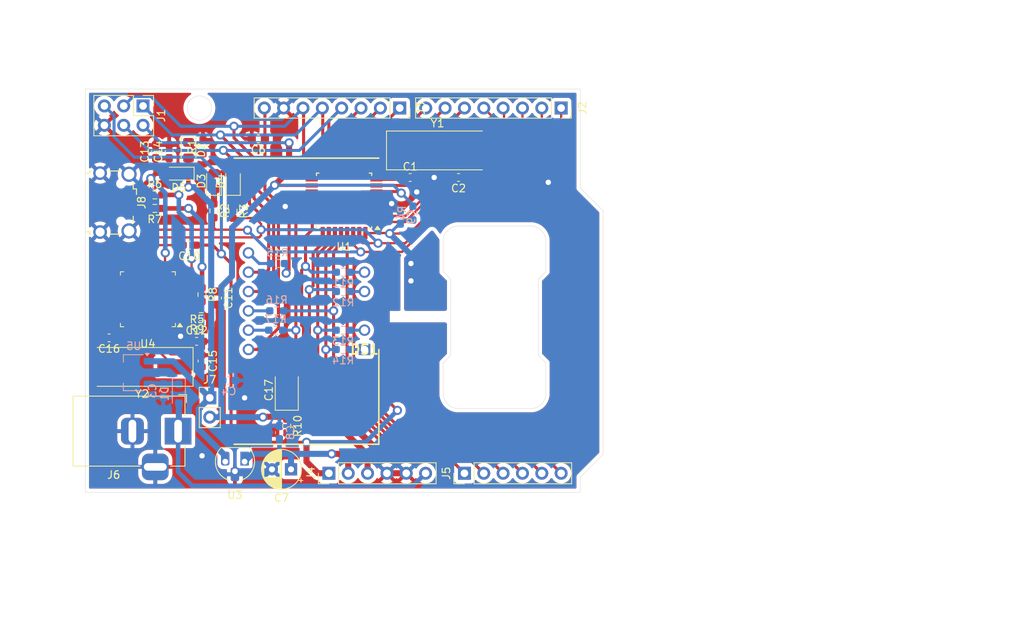
<source format=kicad_pcb>
(kicad_pcb (version 20241229) (generator "pcbnew") (generator_version "9.0")
  (layers (0 "F.Cu" signal) (2 "B.Cu" signal) (13 "F.Paste" user) (15 "B.Paste" user) (5 "F.SilkS" user "F.Silkscreen") (7 "B.SilkS" user "B.Silkscreen") (1 "F.Mask" user) (3 "B.Mask" user) (25 "Edge.Cuts" user))
  (net 0 "")
  (net 1 "Net-(U1-XTAL2{slash}PB7)")
  (net 2 "GND")
  (net 3 "Net-(U1-XTAL1{slash}PB6)")
  (net 4 "/D12")
  (net 5 "+5V")
  (net 6 "/D11")
  (net 7 "/D13")
  (net 8 "/Reset")
  (net 9 "/A6")
  (net 10 "/D8")
  (net 11 "/A0")
  (net 12 "/D3")
  (net 13 "/D7")
  (net 14 "/D6")
  (net 15 "/D9")
  (net 16 "/A1")
  (net 17 "/D10")
  (net 18 "/A3")
  (net 19 "/A7")
  (net 20 "/A4")
  (net 21 "/D2")
  (net 22 "/RX")
  (net 23 "/A5")
  (net 24 "/A2")
  (net 25 "/D5")
  (net 26 "VCC")
  (net 27 "/D4")
  (net 28 "/TX")
  (net 29 "/Raw")
  (net 30 "Net-(D2-K)")
  (net 31 "Net-(D3-K)")
  (net 32 "Net-(D4-K)")
  (net 33 "+3V3")
  (net 34 "+5V util")
  (net 35 "/AREF")
  (net 37 "VCC_USB")
  (net 38 "Net-(U4-AVCC)")
  (net 39 "Net-(U4-3V3OUT)")
  (net 69 "/USB_UART/CTS")
  (net 70 "Net-(U4-XTOUT)")
  (net 71 "Net-(U4-XTIN)")
  (net 72 "/USB_UART/USD.D-")
  (net 73 "/USB_UART/USD.D+")
  (net 74 "Net-(U4-EEDATA)")
  (net 75 "/USB_UART/RTS")
  (net 76 "Net-(U4-~{RSTOUT})")
  (net 77 "Net-(U4-USBDP)")
  (net 78 "/USB_UART/DTR")
  (net 79 "Net-(U4-USBDM)")
  (net 80 "Net-(DS1-Pad1)")
  (net 81 "Net-(DS1-Pad4)")
  (net 82 "Net-(DS1-Pad5)")
  (net 83 "Net-(DS1-Pad10)")
  (net 84 "Net-(DS1-Pad2)")
  (net 85 "Net-(DS1-Pad11)")
  (net 86 "Net-(DS1-Pad7)")
  (footprint "Capacitor_SMD:C_0603_1608Metric_Pad1.08x0.95mm_HandSolder" (layer "F.Cu") (at 83.6665 80.518 180)
    (property "Reference" "C10")
    (property "Value" "100n")
  )
  (footprint "Capacitor_SMD:C_0603_1608Metric_Pad1.08x0.95mm_HandSolder" (layer "F.Cu") (at 112.6755 71.628)
    (property "Reference" "C1")
    (property "Value" "22p")
  )
  (footprint "Connector_PinHeader_2.54mm:PinHeader_2x03_P2.54mm_Vertical" (layer "F.Cu") (at 77.597 62.225 -90)
    (property "Reference" "J1")
    (property "Value" "ICSP")
  )
  (footprint "Capacitor_SMD:C_0603_1608Metric_Pad1.08x0.95mm_HandSolder" (layer "F.Cu") (at 79.248 68.2255 90)
    (property "Reference" "C13")
    (property "Value" "100n")
  )
  (footprint "Capacitor_THT:CP_Radial_D5.0mm_P2.50mm" (layer "F.Cu") (at 97.028 109.982 180)
    (property "Reference" "C7")
    (property "Value" "47u")
  )
  (footprint "Connector_PinHeader_2.54mm:PinHeader_1x06_P2.54mm_Vertical" (layer "F.Cu") (at 102 110.5 90)
    (property "Reference" "J4")
    (property "Value" "PWR")
  )
  (footprint "Connector_PinHeader_2.54mm:PinHeader_1x06_P2.54mm_Vertical" (layer "F.Cu") (at 119.8 110.5 90)
    (property "Reference" "J5")
    (property "Value" "Analog")
  )
  (footprint "Package_QFP:TQFP-32_7x7mm_P0.8mm" (layer "F.Cu") (at 103.994 74.676 180)
    (property "Reference" "U1")
    (property "Value" "ATmega168P-20A")
  )
  (footprint "Crystal:Crystal_SMD_HC49-SD" (layer "F.Cu") (at 116.264 68.072)
    (property "Reference" "Y1")
    (property "Value" "16MHz")
  )
  (footprint "Package_QFP:LQFP-48_7x7mm_P0.5mm" (layer "F.Cu") (at 78.232 87.63 180)
    (property "Reference" "U4")
    (property "Value" "FT2232D")
  )
  (footprint "Capacitor_SMD:C_0603_1608Metric_Pad1.08x0.95mm_HandSolder" (layer "F.Cu") (at 87.376 87.4765 -90)
    (property "Reference" "C11")
    (property "Value" "100n")
  )
  (footprint "Connector_PinSocket_2.54mm:PinSocket_1x08_P2.54mm_Vertical" (layer "F.Cu") (at 132.5 62.5 -90)
    (property "Reference" "J2")
    (property "Value" "Header1")
  )
  (footprint "Connector_PinSocket_2.54mm:PinSocket_1x08_P2.54mm_Vertical" (layer "F.Cu") (at 111.3 62.5 -90)
    (property "Reference" "J3")
    (property "Value" "Header2")
  )
  (footprint "LED_SMD:LED_0805_2012Metric_Pad1.15x1.40mm_HandSolder" (layer "F.Cu") (at 86.908 72.112 90)
    (property "Reference" "D3")
    (property "Value" "LED_RX")
  )
  (footprint "Display:DIPS1524W50P254L3760H810Q12N" (layer "F.Cu") (at 106.68 94.234 180)
    (property "Reference" "DS1")
    (property "Value" "BC56-12GWA" (hide yes))
  )
  (footprint "Crystal:Crystal_SMD_HC49-SD" (layer "F.Cu") (at 77.47 96.52 180)
    (property "Reference" "Y2")
    (property "Value" "6MHz")
  )
  (footprint "LED_SMD:LED_0805_2012Metric_Pad1.15x1.40mm_HandSolder" (layer "F.Cu") (at 83.566 68.034 -90)
    (property "Reference" "D2")
    (property "Value" "LED")
  )
  (footprint "Capacitor_SMD:C_0603_1608Metric_Pad1.08x0.95mm_HandSolder" (layer "F.Cu") (at 84.6825 91.694)
    (property "Reference" "R5")
    (property "Value" "470")
  )
  (footprint "LED_SMD:LED_0805_2012Metric_Pad1.15x1.40mm_HandSolder" (layer "F.Cu") (at 89.408 72.112 90)
    (property "Reference" "D4")
    (property "Value" "LED_TX")
  )
  (footprint "Resistor_SMD:R_0603_1608Metric_Pad0.98x0.95mm_HandSolder" (layer "F.Cu") (at 79.1445 73.914)
    (property "Reference" "R6")
    (property "Value" "27")
  )
  (footprint "Resistor_SMD:R_0603_1608Metric_Pad0.98x0.95mm_HandSolder" (layer "F.Cu") (at 85.344 87.0185 -90)
    (property "Reference" "R8")
    (property "Value" "1k5")
  )
  (footprint "Capacitor_SMD:C_0603_1608Metric_Pad1.08x0.95mm_HandSolder" (layer "F.Cu") (at 84.6295 93.165)
    (property "Reference" "C12")
    (property "Value" "100n")
  )
  (footprint "Package_TO_SOT_THT:TO-92_HandSolder" (layer "F.Cu") (at 90.932 108.966 180)
    (property "Reference" "U3")
    (property "Value" "LE33CZ")
  )
  (footprint "Resistor_SMD:R_0603_1608Metric_Pad0.98x0.95mm_HandSolder" (layer "F.Cu") (at 85.471 67.5875 90)
    (property "Reference" "R1")
    (property "Value" "1K")
  )
  (footprint "Resistor_SMD:R_0603_1608Metric_Pad0.98x0.95mm_HandSolder" (layer "F.Cu") (at 89.408 76.0495 -90)
    (property "Reference" "R3")
    (property "Value" "1K")
  )
  (footprint "Resistor_SMD:R_0603_1608Metric_Pad0.98x0.95mm_HandSolder" (layer "F.Cu") (at 96.4692 104.2905 -90)
    (property "Reference" "R10")
    (property "Value" "10k")
  )
  (footprint "Connector_BarrelJack:BarrelJack_Horizontal" (layer "F.Cu") (at 82.2 104.9605)
    (property "Reference" "J6")
    (property "Value" "RAW")
  )
  (footprint "Resistor_SMD:R_0603_1608Metric_Pad0.98x0.95mm_HandSolder" (layer "F.Cu") (at 86.908 75.9995 -90)
    (property "Reference" "R2")
    (property "Value" "1K")
  )
  (footprint "Connector_USB:USB_Micro-B_Wuerth_629105150521_CircularHoles" (layer "F.Cu") (at 73.907 74.925 -90)
    (property "Reference" "J8")
    (property "Value" "USB_B_Micro")
  )
  (footprint "Capacitor_SMD:C_0603_1608Metric" (layer "F.Cu") (at 85.344 95.745 -90)
    (property "Reference" "C15")
    (property "Value" "20p")
  )
  (footprint "Capacitor_SMD:C_0603_1608Metric" (layer "F.Cu") (at 73.139 92.71 180)
    (property "Reference" "C16")
    (property "Value" "20p")
  )
  (footprint "Capacitor_SMD:C_0603_1608Metric_Pad1.08x0.95mm_HandSolder" (layer "F.Cu") (at 81.026 68.2255 90)
    (property "Reference" "C14")
    (property "Value" "100p")
  )
  (footprint "Capacitor_SMD:C_0603_1608Metric_Pad1.08x0.95mm_HandSolder" (layer "F.Cu") (at 92.7365 66.548 180)
    (property "Reference" "C6")
    (property "Value" "100n")
  )
  (footprint "Capacitor_Tantalum_SMD:CP_EIA-3528-15_AVX-H_HandSolder" (layer "F.Cu") (at 96.4692 99.5699 90)
    (property "Reference" "C17")
    (property "Value" "4.7u")
  )
  (footprint "Resistor_SMD:R_0603_1608Metric_Pad0.98x0.95mm_HandSolder" (layer "F.Cu") (at 85.2405 89.916 180)
    (property "Reference" "R9")
    (property "Value" "10k")
  )
  (footprint "Capacitor_SMD:C_0603_1608Metric_Pad1.08x0.95mm_HandSolder" (layer "F.Cu") (at 119.0255 71.628 180)
    (property "Reference" "C2")
    (property "Value" "22p")
  )
  (footprint "Resistor_SMD:R_0603_1608Metric_Pad0.98x0.95mm_HandSolder" (layer "F.Cu") (at 79.1445 75.692 180)
    (property "Reference" "R7")
    (property "Value" "27")
  )
  (footprint "Connector_PinHeader_2.54mm:PinHeader_1x02_P2.54mm_Vertical" (layer "F.Cu") (at 86.36 100.584)
    (property "Reference" "J7")
    (property "Value" "Reg_jump")
  )
  (footprint "LOGO" (layer "F.Cu") (at 76.2 88.1888)
    (property "Reference" "G***" (hide yes))
    (property "Value" "LOGO" (hide yes))
  )
  (footprint "Diode_SMD:D_SOD-323_HandSoldering" (layer "F.Cu") (at 82.296 71.12 180)
    (property "Reference" "D5")
    (property "Value" "BAS")
  )
  (footprint "Package_TO_SOT_SMD:SOT-89-3" (layer "B.Cu") (at 76.3695 97.282 180)
    (property "Reference" "U5")
    (property "Value" "L78L05_SOT89")
  )
  (footprint "Resistor_SMD:R_0603_1608Metric_Pad0.98x0.95mm_HandSolder" (layer "B.Cu") (at 103.8625 94.234)
    (property "Reference" "R14")
    (property "Value" "2k5")
  )
  (footprint "Resistor_SMD:R_0603_1608Metric_Pad0.98x0.95mm_HandSolder" (layer "B.Cu") (at 113.03 76.3035 -90)
    (property "Reference" "R4")
    (property "Value" "100k")
  )
  (footprint "Resistor_SMD:R_0603_1608Metric_Pad0.98x0.95mm_HandSolder" (layer "B.Cu") (at 95.1465 89.154 180)
    (property "Reference" "R16")
    (property "Value" "2k5")
  )
  (footprint "Resistor_SMD:R_0603_1608Metric_Pad0.98x0.95mm_HandSolder" (layer "B.Cu") (at 95.0195 91.694 180)
    (property "Reference" "R17")
    (property "Value" "2k5")
  )
  (footprint "Resistor_SMD:R_0603_1608Metric_Pad0.98x0.95mm_HandSolder" (layer "B.Cu") (at 103.886 84.074)
    (property "Reference" "R11")
    (property "Value" "2k5")
  )
  (footprint "Capacitor_SMD:C_0603_1608Metric_Pad1.08x0.95mm_HandSolder" (layer "B.Cu") (at 88.8735 98.298)
    (property "Reference" "C4")
    (property "Value" "100n")
  )
  (footprint "Diode_SMD:D_SOD-323_HandSoldering" (layer "B.Cu") (at 82.296 100.056 -90)
    (property "Reference" "D1")
    (property "Value" "BAS")
  )
  (footprint "Capacitor_SMD:C_0603_1608Metric_Pad1.08x0.95mm_HandSolder" (layer "B.Cu") (at 80.264 99.6685 -90)
    (property "Reference" "C3")
    (property "Value" "100n")
  )
  (footprint "Capacitor_SMD:C_0603_1608Metric_Pad1.08x0.95mm_HandSolder" (layer "B.Cu") (at 95.504 105.156 90)
    (property "Reference" "C8")
    (property "Value" "100n")
  )
  (footprint "Resistor_SMD:R_0603_1608Metric_Pad0.98x0.95mm_HandSolder" (layer "B.Cu") (at 95.25 82.931 180)
    (property "Reference" "R15")
    (property "Value" "2k5")
  )
  (footprint "Capacitor_SMD:C_0603_1608Metric_Pad1.08x0.95mm_HandSolder" (layer "B.Cu") (at 111.379 76.835 90)
    (property "Reference" "C9")
    (property "Value" "1u")
  )
  (footprint "Resistor_SMD:R_0603_1608Metric_Pad0.98x0.95mm_HandSolder" (layer "B.Cu") (at 103.8625 91.694)
    (property "Reference" "R13")
    (property "Value" "2k5")
  )
  (footprint "Resistor_SMD:R_0603_1608Metric_Pad0.98x0.95mm_HandSolder" (layer "B.Cu") (at 103.886 86.614)
    (property "Reference" "R12")
    (property "Value" "2k5")
  )
  (gr_line (start 70 60) (end 70 113) (stroke (width 0.05)) (layer "Edge.Cuts"))
  (gr_line (start 138 76) (end 135 73) (stroke (width 0.05)) (layer "Edge.Cuts"))
  (gr_line (start 135 73) (end 135 60) (stroke (width 0.05)) (layer "Edge.Cuts"))
  (gr_arc (start 119 102) (mid 117.585786 101.414214) (end 117 100) (stroke (width 0.05)) (layer "Edge.Cuts"))
  (gr_line (start 118 90) (end 118 95) (stroke (width 0.05)) (layer "Edge.Cuts"))
  (gr_line (start 119 102) (end 128.5 102) (stroke (width 0.05)) (layer "Edge.Cuts"))
  (gr_line (start 70 60) (end 135 60) (stroke (width 0.05)) (layer "Edge.Cuts"))
  (gr_arc (start 117 80) (mid 117.585786 78.585786) (end 119 78) (stroke (width 0.05)) (layer "Edge.Cuts"))
  (gr_arc (start 130.5 100) (mid 129.914214 101.414214) (end 128.5 102) (stroke (width 0.05)) (layer "Edge.Cuts"))
  (gr_line (start 128.5 78) (end 119 78) (stroke (width 0.05)) (layer "Edge.Cuts"))
  (gr_line (start 138 108) (end 138 76) (stroke (width 0.05)) (layer "Edge.Cuts"))
  (gr_arc (start 128.5 78) (mid 129.914214 78.585786) (end 130.5 80) (stroke (width 0.05)) (layer "Edge.Cuts"))
  (gr_line (start 117 96) (end 117 100) (stroke (width 0.05)) (layer "Edge.Cuts"))
  (gr_line (start 118 85) (end 118 90) (stroke (width 0.05)) (layer "Edge.Cuts"))
  (gr_circle (center 85 62.5) (end 86.6 62.5) (stroke (width 0.05)) (fill no) (layer "Edge.Cuts"))
  (gr_line (start 129.5 95) (end 129.5 90) (stroke (width 0.05)) (layer "Edge.Cuts"))
  (gr_line (start 70 113) (end 135 113) (stroke (width 0.05)) (layer "Edge.Cuts"))
  (gr_line (start 118 95) (end 117 96) (stroke (width 0.05)) (layer "Edge.Cuts"))
  (gr_line (start 129.5 85) (end 130.5 84) (stroke (width 0.05)) (layer "Edge.Cuts"))
  (gr_line (start 135 113) (end 135 111) (stroke (width 0.05)) (layer "Edge.Cuts"))
  (gr_line (start 117 80) (end 117 84) (stroke (width 0.05)) (layer "Edge.Cuts"))
  (gr_line (start 129.5 90) (end 129.5 85) (stroke (width 0.05)) (layer "Edge.Cuts"))
  (gr_line (start 117 84) (end 118 85) (stroke (width 0.05)) (layer "Edge.Cuts"))
  (gr_line (start 130.5 96) (end 129.5 95) (stroke (width 0.05)) (layer "Edge.Cuts"))
  (gr_line (start 135 111) (end 138 108) (stroke (width 0.05)) (layer "Edge.Cuts"))
  (gr_line (start 130.5 84) (end 130.5 80) (stroke (width 0.05)) (layer "Edge.Cuts"))
  (gr_line (start 130.5 100) (end 130.5 96) (stroke (width 0.05)) (layer "Edge.Cuts"))
  (segment (start 108.244 71.876) (end 111.512 71.876) (width 0.4) (layer "F.Cu") (net 1))
  (segment (start 111.512 71.876) (end 112.014 71.374) (width 0.4) (layer "F.Cu") (net 1))
  (segment (start 112.014 71.374) (end 112.014 68.834) (width 0.4) (layer "F.Cu") (net 1))
  (segment (start 80.772 92.964) (end 80.482 92.674) (width 0.3) (layer "F.Cu") (net 2))
  (segment (start 96.266 75.438) (end 96.812 75.438) (width 0.4) (layer "F.Cu") (net 2))
  (segment (start 108.244 74.276) (end 110.004 74.276) (width 0.4) (layer "F.Cu") (net 2))
  (segment (start 82.071328 92.492672) (end 81.6 92.964) (width 0.3) (layer "F.Cu") (net 2))
  (segment (start 97.174 75.076) (end 99.744 75.076) (width 0.4) (layer "F.Cu") (net 2))
  (segment (start 87.376 92.71) (end 87.249 92.837) (width 0.4) (layer "F.Cu") (net 2))
  (segment (start 81.6 92.964) (end 80.772 92.964) (width 0.3) (layer "F.Cu") (net 2))
  (segment (start 96.812 75.438) (end 97.174 75.076) (width 0.4) (layer "F.Cu") (net 2))
  (segment (start 109.62 110.5) (end 112.16 110.5) (width 0.8) (layer "F.Cu") (net 2))
  (segment (start 109.925 75.876) (end 108.244 75.876) (width 0.4) (layer "F.Cu") (net 2))
  (segment (start 110.004 74.276) (end 110.204 74.476) (width 0.4) (layer "F.Cu") (net 2))
  (segment (start 77.241 76.225) (end 77.978 76.962) (width 0.4) (layer "F.Cu") (net 2))
  (segment (start 82.520142 92.492672) (end 82.071328 92.492672) (width 0.3) (layer "F.Cu") (net 2))
  (segment (start 110.236 75.565) (end 109.925 75.876) (width 0.4) (layer "F.Cu") (net 2))
  (segment (start 87.376 88.339) (end 87.376 92.71) (width 0.4) (layer "F.Cu") (net 2))
  (segment (start 110.236 75.057) (end 110.236 75.565) (width 0.4) (layer "F.Cu") (net 2))
  (segment (start 80.482 92.674) (end 80.482 91.7925) (width 0.3) (layer "F.Cu") (net 2))
  (segment (start 110.204 75.025) (end 110.236 75.057) (width 0.4) (layer "F.Cu") (net 2))
  (segment (start 75.807 76.225) (end 77.241 76.225) (width 0.4) (layer "F.Cu") (net 2))
  (segment (start 110.204 74.476) (end 110.204 75.025) (width 0.4) (layer "F.Cu") (net 2))
  (via (at 113.538 73.533) (size 1.2) (drill 0.7) (layers "F.Cu" "B.Cu") (net 2))
  (via (at 85.344 108.204) (size 1.2) (drill 0.7) (layers "F.Cu" "B.Cu") (net 2))
  (via (at 115.824 71.628) (size 1.2) (drill 0.7) (layers "F.Cu" "B.Cu") (net 2))
  (via (at 130.81 72.263) (size 1.2) (drill 0.7) (layers "F.Cu" "B.Cu") (net 2))
  (via (at 96.266 75.438) (size 1.2) (drill 0.7) (layers "F.Cu" "B.Cu") (net 2))
  (via (at 110.236 75.057) (size 1.2) (drill 0.7) (layers "F.Cu" "B.Cu") (net 2))
  (via (at 82.520142 92.492672) (size 1.2) (drill 0.7) (layers "F.Cu" "B.Cu") (net 2))
  (via (at 90.932 100.584) (size 1.2) (drill 0.7) (layers "F.Cu" "B.Cu") (net 2))
  (segment (start 94.274 110.236) (end 89.662 110.236) (width 0.8) (layer "B.Cu") (net 2))
  (segment (start 110.4635 75.057) (end 111.379 75.9725) (width 0.6) (layer "B.Cu") (net 2))
  (segment (start 94.528 109.982) (end 94.274 110.236) (width 0.8) (layer "B.Cu") (net 2))
  (segment (start 110.236 75.057) (end 110.4635 75.057) (width 0.6) (layer "B.Cu") (net 2))
  (segment (start 119.094 72.676) (end 120.514 71.256) (width 0.4) (layer "F.Cu") (net 3))
  (segment (start 108.244 72.676) (end 119.094 72.676) (width 0.4) (layer "F.Cu") (net 3))
  (segment (start 120.514 71.256) (end 120.514 68.834) (width 0.4) (layer "F.Cu") (net 3))
  (segment (start 101.2 62.56) (end 101.14 62.5) (width 0.4) (layer "F.Cu") (net 4))
  (segment (start 91.44 86.614) (end 93.726 86.614) (width 0.4) (layer "F.Cu") (net 4))
  (segment (start 93.726 86.614) (end 94.742 85.598) (width 0.4) (layer "F.Cu") (net 4))
  (segment (start 94.742 85.598) (end 94.742 76.962) (width 0.4) (layer "F.Cu") (net 4))
  (segment (start 92.168 74.388) (end 92.168 70.451) (width 0.4) (layer "F.Cu") (net 4))
  (segment (start 101.194 70.426) (end 101.194 62.554) (width 0.4) (layer "F.Cu") (net 4))
  (segment (start 92.168 70.451) (end 87.757 66.04) (width 0.4) (layer "F.Cu") (net 4))
  (segment (start 101.194 62.554) (end 101.14 62.5) (width 0.4) (layer "F.Cu") (net 4))
  (segment (start 94.742 76.962) (end 92.168 74.388) (width 0.4) (layer "F.Cu") (net 4))
  (via (at 87.757 66.04) (size 1.2) (drill 0.7) (layers "F.Cu" "B.Cu") (net 4))
  (segment (start 101.14 62.5) (end 97.6 66.04) (width 0.4) (layer "B.Cu") (net 4))
  (segment (start 97.6 66.04) (end 87.757 66.04) (width 0.4) (layer "B.Cu") (net 4))
  (segment (start 87.757 66.04) (end 81.412 66.04) (width 0.4) (layer "B.Cu") (net 4))
  (segment (start 81.412 66.04) (end 77.597 62.225) (width 0.4) (layer "B.Cu") (net 4))
  (segment (start 105.918 73.914) (end 106.356 73.476) (width 0.3) (layer "F.Cu") (net 5))
  (segment (start 102.0732 103.0732) (end 107.08 108.08) (width 0.8) (layer "F.Cu") (net 5))
  (segment (start 108.244 75.076) (end 106.318 75.076) (width 0.3) (layer "F.Cu") (net 5))
  (segment (start 106.356 73.476) (end 108.244 73.476) (width 0.3) (layer "F.Cu") (net 5))
  (segment (start 111.506 73.676) (end 111.306 73.476) (width 0.4) (layer "F.Cu") (net 5))
  (segment (start 107.08 108.08) (end 107.08 110.5) (width 0.8) (layer "F.Cu") (net 5))
  (segment (start 94.869 72.644) (end 94.996 72.644) (width 0.4) (layer "F.Cu") (net 5))
  (segment (start 93.345 103.124) (end 93.3958 103.0732) (width 0.8) (layer "F.Cu") (net 5))
  (segment (start 93.3958 103.0732) (end 102.0732 103.0732) (width 0.8) (layer "F.Cu") (net 5))
  (segment (start 96.774 70.739) (end 94.869 72.644) (width 0.8) (layer "F.Cu") (net 5))
  (segment (start 95.028 72.676) (end 99.744 72.676) (width 0.4) (layer "F.Cu") (net 5))
  (segment (start 105.918 74.676) (end 105.918 73.914) (width 0.3) (layer "F.Cu") (net 5))
  (segment (start 96.774 67.072) (end 96.774 70.739) (width 0.8) (layer "F.Cu") (net 5))
  (segment (start 106.318 75.076) (end 105.918 74.676) (width 0.3) (layer "F.Cu") (net 5))
  (segment (start 96.4692 103.378) (end 96.4692 101.1974) (width 0.8) (layer "F.Cu") (net 5))
  (segment (start 111.306 73.476) (end 108.244 73.476) (width 0.4) (layer "F.Cu") (net 5))
  (segment (start 94.996 72.644) (end 95.028 72.676) (width 0.4) (layer "F.Cu") (net 5))
  (via (at 111.506 73.676) (size 1.2) (drill 0.7) (layers "F.Cu" "B.Cu") (net 5))
  (via (at 96.774 67.072) (size 1.2) (drill 0.7) (layers "F.Cu" "B.Cu") (net 5))
  (via (at 94.869 72.644) (size 1.2) (drill 0.7) (layers "F.Cu" "B.Cu") (net 5))
  (via (at 93.345 103.124) (size 1.2) (drill 0.7) (layers "F.Cu" "B.Cu") (net 5))
  (segment (start 93.345 103.124) (end 88.646 103.124) (width 0.8) (layer "B.Cu") (net 5))
  (segment (start 86.36 103.124) (end 88.138 103.124) (width 0.8) (layer "B.Cu") (net 5))
  (segment (start 96.393 67.056) (end 79.888 67.056) (width 0.4) (layer "B.Cu") (net 5))
  (segment (start 89.281 84.582) (end 89.281 78.232) (width 0.8) (layer "B.Cu") (net 5))
  (segment (start 113.03 75.391) (end 113.03 75.2) (width 0.4) (layer "B.Cu") (net 5))
  (segment (start 87.884 85.979) (end 87.884 102.87) (width 0.8) (layer "B.Cu") (net 5))
  (segment (start 89.281 84.582) (end 87.884 85.979) (width 0.8) (layer "B.Cu") (net 5))
  (segment (start 79.888 67.056) (end 77.597 64.765) (width 0.4) (layer "B.Cu") (net 5))
  (segment (start 89.281 78.232) (end 94.869 72.644) (width 0.8) (layer "B.Cu") (net 5))
  (segment (start 87.884 102.616) (end 87.376 103.124) (width 0.6) (layer "B.Cu") (net 5))
  (segment (start 96.409 67.072) (end 96.393 67.056) (width 0.4) (layer "B.Cu") (net 5))
  (segment (start 88.138 103.124) (end 88.646 103.124) (width 0.8) (layer "B.Cu") (net 5))
  (segment (start 88.392 103.124) (end 88.646 103.124) (width 0.6) (layer "B.Cu") (net 5))
  (segment (start 87.884 102.616) (end 87.884 102.87) (width 0.6) (layer "B.Cu") (net 5))
  (segment (start 87.376 103.124) (end 86.36 103.124) (width 0.6) (layer "B.Cu") (net 5))
  (segment (start 96.774 67.072) (end 96.409 67.072) (width 0.4) (layer "B.Cu") (net 5))
  (segment (start 110.474 72.644) (end 94.869 72.644) (width 0.4) (layer "B.Cu") (net 5))
  (segment (start 113.03 75.2) (end 111.506 73.676) (width 0.4) (layer "B.Cu") (net 5))
  (segment (start 87.884 102.616) (end 87.884 85.979) (width 0.6) (layer "B.Cu") (net 5))
  (segment (start 87.884 102.616) (end 88.392 103.124) (width 0.6) (layer "B.Cu") (net 5))
  (segment (start 87.884 102.87) (end 88.138 103.124) (width 0.6) (layer "B.Cu") (net 5))
  (segment (start 111.506 73.676) (end 110.474 72.644) (width 0.4) (layer "B.Cu") (net 5))
  (segment (start 91.567 75.057) (end 94.092 77.582) (width 0.4) (layer "F.Cu") (net 6))
  (segment (start 91.567 71.485) (end 91.567 75.057) (width 0.4) (layer "F.Cu") (net 6))
  (segment (start 94.092 83.708) (end 93.726 84.074) (width 0.4) (layer "F.Cu") (net 6))
  (segment (start 101.994 64.186) (end 103.68 62.5) (width 0.4) (layer "F.Cu") (net 6))
  (segment (start 93.726 84.074) (end 91.44 84.074) (width 0.4) (layer "F.Cu") (net 6))
  (segment (start 88.138 68.056) (end 91.567 71.485) (width 0.4) (layer "F.Cu") (net 6))
  (segment (start 94.092 77.582) (end 94.092 83.708) (width 0.4) (layer "F.Cu") (net 6))
  (segment (start 101.994 70.426) (end 101.994 64.186) (width 0.4) (layer "F.Cu") (net 6))
  (via (at 88.138 68.056) (size 1.2) (drill 0.7) (layers "F.Cu" "B.Cu") (net 6))
  (segment (start 88.122 68.072) (end 78.364 68.072) (width 0.4) (layer "B.Cu") (net 6))
  (segment (start 88.138 68.056) (end 88.122 68.072) (width 0.4) (layer "B.Cu") (net 6))
  (segment (start 88.138 68.056) (end 88.154 68.072) (width 0.4) (layer "B.Cu") (net 6))
  (segment (start 88.154 68.072) (end 98.108 68.072) (width 0.4) (layer "B.Cu") (net 6))
  (segment (start 78.364 68.072) (end 75.057 64.765) (width 0.4) (layer "B.Cu") (net 6))
  (segment (start 98.108 68.072) (end 103.68 62.5) (width 0.4) (layer "B.Cu") (net 6))
  (segment (start 89.535 64.897) (end 89.535 66.421) (width 0.4) (layer "F.Cu") (net 7))
  (segment (start 95.377 91.44) (end 92.583 94.234) (width 0.4) (layer "F.Cu") (net 7))
  (segment (start 98.679 70.811) (end 98.679 62.579) (width 0.4) (layer "F.Cu") (net 7))
  (segment (start 95.377 75.964628) (end 95.377 91.44) (width 0.4) (layer "F.Cu") (net 7))
  (segment (start 98.679 62.579) (end 98.6 62.5) (width 0.4) (layer "F.Cu") (net 7))
  (segment (start 92.769 73.356628) (end 95.377 75.964628) (width 0.4) (layer "F.Cu") (net 7))
  (segment (start 92.769 69.655) (end 92.769 73.356628) (width 0.4) (layer "F.Cu") (net 7))
  (segment (start 92.583 94.234) (end 91.44 94.234) (width 0.4) (layer "F.Cu") (net 7))
  (segment (start 89.535 66.421) (end 92.769 69.655) (width 0.4) (layer "F.Cu") (net 7))
  (segment (start 99.744 71.876) (end 98.679 70.811) (width 0.4) (layer "F.Cu") (net 7))
  (via (at 89.535 64.897) (size 1.2) (drill 0.7) (layers "F.Cu" "B.Cu") (net 7))
  (segment (start 82.55 64.897) (end 78.627 60.974) (width 0.4) (layer "B.Cu") (net 7))
  (segment (start 96.203 64.897) (end 98.6 62.5) (width 0.4) (layer "B.Cu") (net 7))
  (segment (start 78.627 60.974) (end 76.308 60.974) (width 0.4) (layer "B.Cu") (net 7))
  (segment (start 89.535 64.897) (end 96.203 64.897) (width 0.4) (layer "B.Cu") (net 7))
  (segment (start 89.535 64.897) (end 82.55 64.897) (width 0.4) (layer "B.Cu") (net 7))
  (segment (start 76.308 60.974) (end 75.057 62.225) (width 0.4) (layer "B.Cu") (net 7))
  (segment (start 104.394 95.631) (end 104.394 92.456) (width 0.4) (layer "F.Cu") (net 8))
  (segment (start 86.741 80.518) (end 84.529 80.518) (width 0.4) (layer "F.Cu") (net 8))
  (segment (start 89.154 105.029) (end 89.154 93.599) (width 0.4) (layer "F.Cu") (net 8))
  (segment (start 96.012 106.426) (end 95.9612 106.426) (width 0.4) (layer "F.Cu") (net 8))
  (segment (start 90.551 106.426) (end 89.154 105.029) (width 0.4) (layer "F.Cu") (net 8))
  (segment (start 95.9612 106.426) (end 90.551 106.426) (width 0.4) (layer "F.Cu") (net 8))
  (segment (start 96.4692 105.203) (end 96.4692 105.9688) (width 0.4) (layer "F.Cu") (net 8))
  (segment (start 96.4692 106.0196) (end 96.4692 105.9688) (width 0.4) (layer "F.Cu") (net 8))
  (segment (start 99.06 106.426) (end 96.8756 106.426) (width 0.4) (layer "F.Cu") (net 8))
  (segment (start 96.8756 106.426) (end 96.4692 106.426) (width 0.4) (layer "F.Cu") (net 8))
  (segment (start 104.399999 80.249999) (end 104.394 80.244) (width 0.4) (layer "F.Cu") (net 8))
  (segment (start 100.584 110.5) (end 102 110.5) (width 0.8) (layer "F.Cu") (net 8))
  (segment (start 96.4692 106.426) (end 95.9612 106.426) (width 0.4) (layer "F.Cu") (net 8))
  (segment (start 89.154 82.931) (end 86.741 80.518) (width 0.4) (layer "F.Cu") (net 8))
  (segment (start 96.4692 105.9688) (end 96.012 106.426) (width 0.4) (layer "F.Cu") (net 8))
  (segment (start 99.06 108.976) (end 100.584 110.5) (width 0.8) (layer "F.Cu") (net 8))
  (segment (start 96.8756 106.426) (end 96.4692 106.0196) (width 0.4) (layer "F.Cu") (net 8))
  (segment (start 110.998 102.235) (end 104.394 95.631) (width 0.4) (layer "F.Cu") (net 8))
  (segment (start 104.399999 92.450001) (end 104.399999 80.249999) (width 0.4) (layer "F.Cu") (net 8))
  (segment (start 99.06 106.426) (end 99.06 108.976) (width 0.8) (layer "F.Cu") (net 8))
  (segment (start 96.4692 105.9688) (end 96.4692 106.426) (width 0.4) (layer "F.Cu") (net 8))
  (segment (start 104.394 80.244) (end 104.394 78.926) (width 0.4) (layer "F.Cu") (net 8))
  (segment (start 104.394 92.456) (end 104.399999 92.450001) (width 0.4) (layer "F.Cu") (net 8))
  (segment (start 89.154 93.599) (end 89.154 82.931) (width 0.4) (layer "F.Cu") (net 8))
  (via (at 99.06 106.426) (size 1.2) (drill 0.7) (layers "F.Cu" "B.Cu") (net 8))
  (via (at 110.998 102.235) (size 1.2) (drill 0.7) (layers "F.Cu" "B.Cu") (net 8))
  (via (at 87.884 81.661) (size 1.2) (drill 0.7) (layers "F.Cu" "B.Cu") (net 8))
  (segment (start 99.06 106.426) (end 106.807 106.426) (width 0.6) (layer "B.Cu") (net 8))
  (segment (start 106.807 106.426) (end 110.998 102.235) (width 0.6) (layer "B.Cu") (net 8))
  (segment (start 73.787 63.495) (end 73.787 66.294) (width 0.4) (layer "B.Cu") (net 8))
  (segment (start 87.884 71.628) (end 87.884 81.661) (width 0.4) (layer "B.Cu") (net 8))
  (segment (start 85.217 68.961) (end 87.884 71.628) (width 0.4) (layer "B.Cu") (net 8))
  (segment (start 76.454 68.961) (end 85.217 68.961) (width 0.4) (layer "B.Cu") (net 8))
  (segment (start 72.517 62.225) (end 73.787 63.495) (width 0.4) (layer "B.Cu") (net 8))
  (segment (start 73.787 66.294) (end 76.454 68.961) (width 0.4) (layer "B.Cu") (net 8))
  (segment (start 104.394 70.426) (end 104.394 69.406) (width 0.4) (layer "F.Cu") (net 10))
  (segment (start 104.394 69.406) (end 111.3 62.5) (width 0.4) (layer "F.Cu") (net 10))
  (segment (start 97.663 95.163) (end 110.303 107.803) (width 0.4) (layer "F.Cu") (net 11))
  (segment (start 98.644 76.676) (end 99.744 76.676) (width 0.4) (layer "F.Cu") (net 11))
  (segment (start 97.663 91.694) (end 97.663 95.163) (width 0.4) (layer "F.Cu") (net 11))
  (segment (start 110.303 107.803) (end 117.103 107.803) (width 0.4) (layer "F.Cu") (net 11))
  (segment (start 97.663 91.694) (end 97.663 77.657) (width 0.4) (layer "F.Cu") (net 11))
  (segment (start 117.103 107.803) (end 119.8 110.5) (width 0.4) (layer "F.Cu") (net 11))
  (segment (start 97.663 77.657) (end 98.644 76.676) (width 0.4) (layer "F.Cu") (net 11))
  (via (at 97.663 91.694) (size 1.2) (drill 0.7) (layers "F.Cu" "B.Cu") (net 11))
  (segment (start 97.663 91.694) (end 95.932 91.694) (width 0.4) (layer "B.Cu") (net 11))
  (segment (start 112.008 77.476) (end 115.487 73.997) (width 0.3) (layer "F.Cu") (net 12))
  (segment (start 115.487 73.997) (end 122.503 73.997) (width 0.3) (layer "F.Cu") (net 12))
  (segment (start 125 62.62) (end 124.88 62.5) (width 0.3) (layer "F.Cu") (net 12))
  (segment (start 125 71.5) (end 125 62.62) (width 0.3) (layer "F.Cu") (net 12))
  (segment (start 122.503 73.997) (end 125 71.5) (width 0.3) (layer "F.Cu") (net 12))
  (segment (start 108.244 77.476) (end 112.008 77.476) (width 0.3) (layer "F.Cu") (net 12))
  (segment (start 112.22 65) (end 114.72 62.5) (width 0.4) (layer "F.Cu") (net 13))
  (segment (start 105.194 69.455942) (end 109.649942 65) (width 0.4) (layer "F.Cu") (net 13))
  (segment (start 109.649942 65) (end 112.22 65) (width 0.4) (layer "F.Cu") (net 13))
  (segment (start 105.194 70.426) (end 105.194 69.455942) (width 0.4) (layer "F.Cu") (net 13))
  (segment (start 105.999999 70.550001) (end 106.000998 70.549002) (width 0.4) (layer "F.Cu") (net 14))
  (segment (start 114.159 65.601) (end 117.26 62.5) (width 0.4) (layer "F.Cu") (net 14))
  (segment (start 106.000998 70.549002) (end 106.000998 69.498886) (width 0.4) (layer "F.Cu") (net 14))
  (segment (start 105.994 69.505884) (end 106.000998 69.498886) (width 0.4) (layer "F.Cu") (net 14))
  (segment (start 109.898884 65.601) (end 114.159 65.601) (width 0.4) (layer "F.Cu") (net 14))
  (segment (start 106.000998 69.498886) (end 109.898884 65.601) (width 0.4) (layer "F.Cu") (net 14))
  (segment (start 105.994 70.426) (end 105.994 69.505884) (width 0.4) (layer "F.Cu") (net 14))
  (segment (start 103.594 67.666) (end 108.76 62.5) (width 0.4) (layer "F.Cu") (net 15))
  (segment (start 103.594 70.426) (end 103.594 67.666) (width 0.4) (layer "F.Cu") (net 15))
  (segment (start 98.425 83.82) (end 98.425 91.040372) (width 0.4) (layer "F.Cu") (net 16))
  (segment (start 99.822 78.486) (end 99.822 77.554) (width 0.4) (layer "F.Cu") (net 16))
  (segment (start 110.551942 107.202) (end 119.042 107.202) (width 0.4) (layer "F.Cu") (net 16))
  (segment (start 98.933 83.312) (end 98.933 79.375) (width 0.4) (layer "F.Cu") (net 16))
  (segment (start 98.664 91.279372) (end 98.664 95.314058) (width 0.4) (layer "F.Cu") (net 16))
  (segment (start 98.933 83.312) (end 98.425 83.82) (width 0.4) (layer "F.Cu") (net 16))
  (segment (start 99.822 77.554) (end 99.744 77.476) (width 0.4) (layer "F.Cu") (net 16))
  (segment (start 98.664 95.314058) (end 110.551942 107.202) (width 0.4) (layer "F.Cu") (net 16))
  (segment (start 98.425 91.040372) (end 98.664 91.279372) (width 0.4) (layer "F.Cu") (net 16))
  (segment (start 119.042 107.202) (end 122.34 110.5) (width 0.4) (layer "F.Cu") (net 16))
  (segment (start 98.933 79.375) (end 99.822 78.486) (width 0.4) (layer "F.Cu") (net 16))
  (via (at 98.933 83.312) (size 1.2) (drill 0.7) (layers "F.Cu" "B.Cu") (net 16))
  (segment (start 102.9735 84.074) (end 99.695 84.074) (width 0.4) (layer "B.Cu") (net 16))
  (segment (start 99.695 84.074) (end 98.933 83.312) (width 0.4) (layer "B.Cu") (net 16))
  (segment (start 106.22 62.5) (end 102.794 65.926) (width 0.4) (layer "F.Cu") (net 17))
  (segment (start 102.794 65.926) (end 102.794 70.426) (width 0.4) (layer "F.Cu") (net 17))
  (segment (start 127.42 110.5) (end 122.92 106) (width 0.4) (layer "F.Cu") (net 18))
  (segment (start 101.795 80.49294) (end 101.795 80.442998) (width 0.4) (layer "F.Cu") (net 18))
  (segment (start 101.994 80.243998) (end 101.994 78.926) (width 0.4) (layer "F.Cu") (net 18))
  (segment (start 100.535 81.75294) (end 101.795 80.49294) (width 0.4) (layer "F.Cu") (net 18))
  (segment (start 101.795 80.442998) (end 101.994 80.243998) (width 0.4) (layer "F.Cu") (net 18))
  (segment (start 100.535 95.485174) (end 100.535 81.75294) (width 0.4) (layer "F.Cu") (net 18))
  (segment (start 122.92 106) (end 111.049826 106) (width 0.4) (layer "F.Cu") (net 18))
  (segment (start 111.049826 106) (end 100.535 95.485174) (width 0.4) (layer "F.Cu") (net 18))
  (via (at 100.535 91.694) (size 1.2) (drill 0.7) (layers "F.Cu" "B.Cu") (net 18))
  (segment (start 100.535 91.694) (end 102.95 91.694) (width 0.4) (layer "B.Cu") (net 18))
  (segment (start 97.606 75.876) (end 99.744 75.876) (width 0.4) (layer "F.Cu") (net 19))
  (segment (start 96.774 83.82) (end 96.774 76.708) (width 0.4) (layer "F.Cu") (net 19))
  (segment (start 96.393 84.201) (end 96.774 83.82) (width 0.4) (layer "F.Cu") (net 19))
  (segment (start 96.774 76.708) (end 97.606 75.876) (width 0.4) (layer "F.Cu") (net 19))
  (via (at 96.393 84.201) (size 1.2) (drill 0.7) (layers "F.Cu" "B.Cu") (net 19))
  (segment (start 96.393 84.201) (end 96.393 83.1615) (width 0.4) (layer "B.Cu") (net 19))
  (segment (start 96.393 83.1615) (end 96.1625 82.931) (width 0.4) (layer "B.Cu") (net 19))
  (segment (start 111.298768 105.399) (end 124.859 105.399) (width 0.4) (layer "F.Cu") (net 20))
  (segment (start 102.794 78.926) (end 102.794 80.243997) (width 0.4) (layer "F.Cu") (net 20))
  (segment (start 102.595 80.49294) (end 102.396 80.69194) (width 0.4) (layer "F.Cu") (net 20))
  (segment (start 102.396 80.69194) (end 102.396 80.741882) (width 0.4) (layer "F.Cu") (net 20))
  (segment (start 101.6 81.537882) (end 101.6 95.700232) (width 0.4) (layer "F.Cu") (net 20))
  (segment (start 102.794 80.243997) (end 102.595 80.442997) (width 0.4) (layer "F.Cu") (net 20))
  (segment (start 124.859 105.399) (end 129.96 110.5) (width 0.4) (layer "F.Cu") (net 20))
  (segment (start 102.595 80.442997) (end 102.595 80.49294) (width 0.4) (layer "F.Cu") (net 20))
  (segment (start 102.396 80.741882) (end 101.6 81.537882) (width 0.4) (layer "F.Cu") (net 20))
  (segment (start 101.6 95.700232) (end 111.298768 105.399) (width 0.4) (layer "F.Cu") (net 20))
  (via (at 101.6 94.234) (size 1.2) (drill 0.7) (layers "F.Cu" "B.Cu") (net 20))
  (segment (start 101.6 94.234) (end 102.95 94.234) (width 0.4) (layer "B.Cu") (net 20))
  (segment (start 112.58896 78.994) (end 117.08496 74.498) (width 0.3) (layer "F.Cu") (net 21))
  (segment (start 109.914 78.926) (end 109.982 78.994) (width 0.3) (layer "F.Cu") (net 21))
  (segment (start 106.794 78.926) (end 109.914 78.926) (width 0.3) (layer "F.Cu") (net 21))
  (segment (start 109.982 78.994) (end 112.58896 78.994) (width 0.3) (layer "F.Cu") (net 21))
  (segment (start 117.08496 74.498) (end 123.002 74.498) (width 0.3) (layer "F.Cu") (net 21))
  (segment (start 127.42 70.08) (end 127.42 62.5) (width 0.3) (layer "F.Cu") (net 21))
  (segment (start 123.002 74.498) (end 127.42 70.08) (width 0.3) (layer "F.Cu") (net 21))
  (via (at 112.776 82.931) (size 1.2) (drill 0.7) (layers "F.Cu" "B.Cu") (net 21))
  (via (at 112.776 85.217) (size 1.2) (drill 0.7) (layers "F.Cu" "B.Cu") (net 21))
  (via (at 109.982 78.994) (size 1.2) (drill 0.7) (layers "F.Cu" "B.Cu") (net 21))
  (segment (start 111.2785 77.6975) (end 109.982 78.994) (width 0.4) (layer "B.Cu") (net 21))
  (segment (start 111.379 77.6975) (end 111.2785 77.6975) (width 0.4) (layer "B.Cu") (net 21))
  (segment (start 113.03 77.216) (end 111.8605 77.216) (width 0.4) (layer "B.Cu") (net 21))
  (segment (start 112.776 85.217) (end 112.776 82.931) (width 0.6) (layer "B.Cu") (net 21))
  (segment (start 109.982 78.994) (end 112.776 81.788) (width 0.8) (layer "B.Cu") (net 21))
  (segment (start 111.8605 77.216) (end 111.379 77.6975) (width 0.4) (layer "B.Cu") (net 21))
  (segment (start 112.776 81.788) (end 112.776 82.931) (width 0.8) (layer "B.Cu") (net 21))
  (segment (start 78.994 78.486) (end 75.482 81.998) (width 0.3) (layer "F.Cu") (net 22))
  (segment (start 86.694 78.486) (end 86.908 78.272) (width 0.3) (layer "F.Cu") (net 22))
  (segment (start 106.172 81.407) (end 111.593 81.407) (width 0.3) (layer "F.Cu") (net 22))
  (segment (start 86.614 78.486) (end 86.694 78.486) (width 0.3) (layer "F.Cu") (net 22))
  (segment (start 87.122 78.486) (end 86.614 78.486) (width 0.3) (layer "F.Cu") (net 22))
  (segment (start 105.194 80.429) (end 105.194 78.926) (width 0.3) (layer "F.Cu") (net 22))
  (segment (start 91.247 78.486) (end 91.313 78.552) (width 0.3) (layer "F.Cu") (net 22))
  (segment (start 87.122 78.486) (end 91.247 78.486) (width 0.3) (layer "F.Cu") (net 22))
  (segment (start 75.482 81.998) (end 75.482 83.4675) (width 0.3) (layer "F.Cu") (net 22))
  (segment (start 86.614 78.486) (end 78.994 78.486) (width 0.3) (layer "F.Cu") (net 22))
  (segment (start 132.5 67) (end 132.5 62.5) (width 0.3) (layer "F.Cu") (net 22))
  (segment (start 106.172 81.407) (end 105.194 80.429) (width 0.3) (layer "F.Cu") (net 22))
  (segment (start 117.5 75.5) (end 124 75.5) (width 0.3) (layer "F.Cu") (net 22))
  (segment (start 86.908 76.912) (end 86.908 78.272) (width 0.3) (layer "F.Cu") (net 22))
  (segment (start 111.593 81.407) (end 117.5 75.5) (width 0.3) (layer "F.Cu") (net 22))
  (segment (start 124 75.5) (end 132.5 67) (width 0.3) (layer "F.Cu") (net 22))
  (segment (start 86.908 78.272) (end 87.122 78.486) (width 0.3) (layer "F.Cu") (net 22))
  (via (at 106.172 81.407) (size 1.2) (drill 0.7) (layers "F.Cu" "B.Cu") (net 22))
  (via (at 91.313 78.552) (size 1.2) (drill 0.7) (layers "F.Cu" "B.Cu") (net 22))
  (segment (start 94.168 81.407) (end 91.313 78.552) (width 0.4) (layer "B.Cu") (net 22))
  (segment (start 106.172 81.407) (end 94.168 81.407) (width 0.4) (layer "B.Cu") (net 22))
  (segment (start 103.594 80.243998) (end 103.395 80.442998) (width 0.4) (layer "F.Cu") (net 23))
  (segment (start 111.54771 104.798) (end 126.798 104.798) (width 0.4) (layer "F.Cu") (net 23))
  (segment (start 103.395 80.442998) (end 103.395 80.492939) (width 0.4) (layer "F.Cu") (net 23))
  (segment (start 102.997 80.990824) (end 102.616 81.371824) (width 0.4) (layer "F.Cu") (net 23))
  (segment (start 103.196 80.691939) (end 103.196 80.741882) (width 0.4) (layer "F.Cu") (net 23))
  (segment (start 102.616 81.371824) (end 102.616 95.86629) (width 0.4) (layer "F.Cu") (net 23))
  (segment (start 103.196 80.741882) (end 102.997 80.940882) (width 0.4) (layer "F.Cu") (net 23))
  (segment (start 102.616 95.86629) (end 111.54771 104.798) (width 0.4) (layer "F.Cu") (net 23))
  (segment (start 102.997 80.940882) (end 102.997 80.990824) (width 0.4) (layer "F.Cu") (net 23))
  (segment (start 103.395 80.492939) (end 103.196 80.691939) (width 0.4) (layer "F.Cu") (net 23))
  (segment (start 103.594 78.926) (end 103.594 80.243998) (width 0.4) (layer "F.Cu") (net 23))
  (segment (start 126.798 104.798) (end 132.5 110.5) (width 0.4) (layer "F.Cu") (net 23))
  (via (at 102.616 89.154) (size 1.2) (drill 0.7) (layers "F.Cu" "B.Cu") (net 23))
  (segment (start 96.059 89.154) (end 102.616 89.154) (width 0.4) (layer "B.Cu") (net 23))
  (segment (start 99.934 81.503998) (end 99.934 85.851) (width 0.4) (layer "F.Cu") (net 24))
  (segment (start 101.194 80.243998) (end 99.934 81.503998) (width 0.4) (layer "F.Cu") (net 24))
  (segment (start 120.981 106.601) (end 124.88 110.5) (width 0.4) (layer "F.Cu") (net 24))
  (segment (start 101.194 78.926) (end 101.194 80.243998) (width 0.4) (layer "F.Cu") (net 24))
  (segment (start 99.934 85.851) (end 99.441 86.344) (width 0.4) (layer "F.Cu") (net 24))
  (segment (start 99.441 95.241116) (end 110.800884 106.601) (width 0.4) (layer "F.Cu") (net 24))
  (segment (start 110.800884 106.601) (end 120.981 106.601) (width 0.4) (layer "F.Cu") (net 24))
  (segment (start 99.441 86.344) (end 99.441 95.241116) (width 0.4) (layer "F.Cu") (net 24))
  (via (at 99.425 86.36) (size 1.2) (drill 0.7) (layers "F.Cu" "B.Cu") (net 24))
  (segment (start 99.425 86.36) (end 102.7195 86.36) (width 0.4) (layer "B.Cu") (net 24))
  (segment (start 102.7195 86.36) (end 102.9735 86.614) (width 0.4) (layer "B.Cu") (net 24))
  (segment (start 116.098 66.202) (end 119.8 62.5) (width 0.4) (layer "F.Cu") (net 25))
  (segment (start 106.8 69.549826) (end 110.147826 66.202) (width 0.4) (layer "F.Cu") (net 25))
  (segment (start 110.147826 66.202) (end 116.098 66.202) (width 0.4) (layer "F.Cu") (net 25))
  (segment (start 82.272 98.782) (end 82.296 98.806) (width 0.8) (layer "B.Cu") (net 26))
  (segment (start 78.3195 98.782) (end 82.272 98.782) (width 0.8) (layer "B.Cu") (net 26))
  (segment (start 115.226 73.496) (end 122.004 73.496) (width 0.3) (layer "F.Cu") (net 27))
  (segment (start 123.825 63.985) (end 122.34 62.5) (width 0.3) (layer "F.Cu") (net 27))
  (segment (start 122.004 73.496) (end 123.825 71.675) (width 0.3) (layer "F.Cu") (net 27))
  (segment (start 112.046 76.676) (end 115.226 73.496) (width 0.3) (layer "F.Cu") (net 27))
  (segment (start 123.825 71.675) (end 123.825 63.985) (width 0.3) (layer "F.Cu") (net 27))
  (segment (start 108.244 76.676) (end 112.046 76.676) (width 0.3) (layer "F.Cu") (net 27))
  (segment (start 130 62.54) (end 129.96 62.5) (width 0.8) (layer "F.Cu") (net 28))
  (segment (start 75.982 82.514) (end 75.982 83.4675) (width 0.3) (layer "F.Cu") (net 28))
  (segment (start 123.501 74.999) (end 129.96 68.54) (width 0.3) (layer "F.Cu") (net 28))
  (segment (start 108.458 80.264) (end 106.426 80.264) (width 0.3) (layer "F.Cu") (net 28))
  (segment (start 112.02748 80.264) (end 117.29248 74.999) (width 0.3) (layer "F.Cu") (net 28))
  (segment (start 117.29248 74.999) (end 123.501 74.999) (width 0.3) (layer "F.Cu") (net 28))
  (segment (start 93.091 79.248) (end 92.837 79.502) (width 0.3) (layer "F.Cu") (net 28))
  (segment (start 105.994 79.832) (end 105.994 78.926) (width 0.3) (layer "F.Cu") (net 28))
  (segment (start 92.329 76.962) (end 89.408 76.962) (width 0.3) (layer "F.Cu") (net 28))
  (segment (start 106.426 80.264) (end 105.994 79.832) (width 0.3) (layer "F.Cu") (net 28))
  (segment (start 92.837 79.502) (end 78.994 79.502) (width 0.3) (layer "F.Cu") (net 28))
  (segment (start 78.994 79.502) (end 75.982 82.514) (width 0.3) (layer "F.Cu") (net 28))
  (segment (start 93.091 78.486) (end 93.091 79.248) (width 0.3) (layer "F.Cu") (net 28))
  (segment (start 93.091 78.486) (end 93.091 77.724) (width 0.3) (layer "F.Cu") (net 28))
  (segment (start 93.091 77.724) (end 92.329 76.962) (width 0.3) (layer "F.Cu") (net 28))
  (segment (start 129.96 68.54) (end 129.96 62.5) (width 0.3) (layer "F.Cu") (net 28))
  (segment (start 108.458 80.264) (end 112.02748 80.264) (width 0.3) (layer "F.Cu") (net 28))
  (via (at 93.091 78.486) (size 1.2) (drill 0.7) (layers "F.Cu" "B.Cu") (net 28))
  (via (at 108.458 80.264) (size 1.2) (drill 0.7) (layers "F.Cu" "B.Cu") (net 28))
  (segment (start 93.091 78.486) (end 106.68 78.486) (width 0.4) (layer "B.Cu") (net 28))
  (segment (start 106.68 78.486) (end 108.458 80.264) (width 0.4) (layer "B.Cu") (net 28))
  (segment (start 82.2585 104.902) (end 82.2 104.9605) (width 0.8) (layer "F.Cu") (net 29))
  (segment (start 84.0486 112.141) (end 82.2 110.2924) (width 0.6) (layer "B.Cu") (net 29))
  (segment (start 82.2 110.2924) (end 82.2 104.9605) (width 0.6) (layer "B.Cu") (net 29))
  (segment (start 82.2985 104.862) (end 82.2 104.9605) (width 0.8) (layer "B.Cu") (net 29))
  (segment (start 113.059 112.141) (end 84.0486 112.141) (width 0.6) (layer "B.Cu") (net 29))
  (segment (start 82.296 104.8645) (end 82.2 104.9605) (width 0.8) (layer "B.Cu") (net 29))
  (segment (start 82.296 101.306) (end 82.296 104.8645) (width 0.8) (layer "B.Cu") (net 29))
  (segment (start 114.7 110.5) (end 113.059 112.141) (width 0.6) (layer "B.Cu") (net 29))
  (segment (start 85.057 68.5) (end 83.566 67.009) (width 0.4) (layer "F.Cu") (net 30))
  (segment (start 85.471 68.5) (end 85.057 68.5) (width 0.4) (layer "F.Cu") (net 30))
  (segment (start 86.908 73.137) (end 86.908 75.087) (width 0.8) (layer "F.Cu") (net 31))
  (segment (start 89.408 75.137) (end 89.408 73.137) (width 0.3) (layer "F.Cu") (net 32))
  (segment (start 102.362 107.95) (end 103.378 107.95) (width 0.8) (layer "F.Cu") (net 33))
  (segment (start 103.378 107.95) (end 104.54 109.112) (width 0.8) (layer "F.Cu") (net 33))
  (segment (start 104.54 109.112) (end 104.54 110.5) (width 0.8) (layer "F.Cu") (net 33))
  (via (at 102.362 107.95) (size 1.2) (drill 0.7) (layers "F.Cu" "B.Cu") (net 33))
  (segment (start 91.948 107.95) (end 94.488 107.95) (width 0.8) (layer "B.Cu") (net 33))
  (segment (start 97.028 109.982) (end 97.028 107.95) (width 0.8) (layer "B.Cu") (net 33))
  (segment (start 97.028 107.95) (end 95.504 107.95) (width 0.8) (layer "B.Cu") (net 33))
  (segment (start 90.932 108.966) (end 91.948 107.95) (width 0.8) (layer "B.Cu") (net 33))
  (segment (start 95.504 106.0185) (end 95.504 107.95) (width 0.6) (layer "B.Cu") (net 33))
  (segment (start 94.488 107.95) (end 97.028 107.95) (width 0.8) (layer "B.Cu") (net 33))
  (segment (start 102.362 107.95) (end 97.028 107.95) (width 0.8) (layer "B.Cu") (net 33))
  (segment (start 86.908 71.087) (end 89.408 71.087) (width 0.8) (layer "F.Cu") (net 34))
  (segment (start 83.546 71.12) (end 83.546 72.878) (width 0.6) (layer "F.Cu") (net 34))
  (segment (start 86.875 71.12) (end 86.908 71.087) (width 0.6) (layer "F.Cu") (net 34))
  (segment (start 83.546 69.079) (end 83.566 69.059) (width 0.6) (layer "F.Cu") (net 34))
  (segment (start 83.546 72.878) (end 83.566 72.898) (width 0.6) (layer "F.Cu") (net 34))
  (segment (start 83.546 71.12) (end 83.546 69.079) (width 0.6) (layer "F.Cu") (net 34))
  (segment (start 83.546 71.12) (end 86.875 71.12) (width 0.6) (layer "F.Cu") (net 34))
  (via (at 83.566 72.898) (size 1.2) (drill 0.7) (layers "F.Cu" "B.Cu") (net 34))
  (segment (start 86.545 75.115) (end 86.545 100.399) (width 0.8) (layer "B.Cu") (net 34))
  (segment (start 86.36 100.584) (end 81.558 95.782) (width 0.8) (layer "B.Cu") (net 34))
  (segment (start 81.558 95.782) (end 78.3195 95.782) (width 0.8) (layer "B.Cu") (net 34))
  (segment (start 84.909 102.035) (end 84.909 104.721) (width 0.8) (layer "B.Cu") (net 34))
  (segment (start 83.566 72.898) (end 84.328 72.898) (width 0.8) (layer "B.Cu") (net 34))
  (segment (start 84.909 104.721) (end 88.392 108.204) (width 0.8) (layer "B.Cu") (net 34))
  (segment (start 86.36 100.584) (end 84.909 102.035) (width 0.8) (layer "B.Cu") (net 34))
  (segment (start 86.545 100.399) (end 86.36 100.584) (width 0.8) (layer "B.Cu") (net 34))
  (segment (start 84.328 72.898) (end 86.545 75.115) (width 0.8) (layer "B.Cu") (net 34))
  (segment (start 93.615 62.5) (end 93.52 62.5) (width 0.4) (layer "F.Cu") (net 35))
  (segment (start 93.599 73.279) (end 93.599 62.516) (width 0.4) (layer "F.Cu") (net 35))
  (segment (start 99.744 74.276) (end 94.596 74.276) (width 0.4) (layer "F.Cu") (net 35))
  (segment (start 94.596 74.276) (end 93.599 73.279) (width 0.4) (layer "F.Cu") (net 35))
  (segment (start 93.599 62.516) (end 93.615 62.5) (width 0.4) (layer "F.Cu") (net 35))
  (segment (start 77.724 89.154) (end 78.232 89.154) (width 0.3) (layer "F.Cu") (net 37))
  (segment (start 77.982 89.412) (end 77.982 91.7925) (width 0.3) (layer "F.Cu") (net 37))
  (segment (start 86.153 89.916) (end 85.117 88.88) (width 0.3) (layer "F.Cu") (net 37))
  (segment (start 79.248 71.12) (end 79.248 69.088) (width 0.6) (layer "F.Cu") (net 37))
  (segment (start 80.01 88.88) (end 78.506 88.88) (width 0.3) (layer "F.Cu") (net 37))
  (segment (start 80.482 83.4675) (end 80.482 81.57) (width 0.3) (layer "F.Cu") (net 37))
  (segment (start 80.482 88.662) (end 80.554 88.662) (width 0.3) (layer "F.Cu") (net 37))
  (segment (start 80.264 88.88) (end 80.01 88.88) (width 0.3) (layer "F.Cu") (net 37))
  (segment (start 78.506 88.88) (end 78.232 89.154) (width 0.3) (layer "F.Cu") (net 37))
  (segment (start 80.482 88.662) (end 80.264 88.88) (width 0.3) (layer "F.Cu") (net 37))
  (segment (start 80.772 88.88) (end 80.518 88.88) (width 0.3) (layer "F.Cu") (net 37))
  (segment (start 80.482 81.57) (end 80.518 81.534) (width 0.3) (layer "F.Cu") (net 37))
  (segment (start 81.026 69.088) (end 79.248 69.088) (width 0.6) (layer "F.Cu") (net 37))
  (segment (start 76.743 73.625) (end 75.883 73.625) (width 0.4) (layer "F.Cu") (net 37))
  (segment (start 85.545 91.694) (end 85.598 91.694) (width 0.6) (layer "F.Cu") (net 37))
  (segment (start 80.482 83.4675) (end 80.482 88.662) (width 0.3) (layer "F.Cu") (net 37))
  (segment (start 80.518 88.88) (end 80.518 89.372) (width 0.3) (layer "F.Cu") (net 37))
  (segment (start 82.3945 88.88) (end 80.772 88.88) (width 0.3) (layer "F.Cu") (net 37))
  (segment (start 80.518 88.88) (end 80.264 88.88) (width 0.3) (layer "F.Cu") (net 37))
  (segment (start 81.046 71.12) (end 79.248 71.12) (width 0.6) (layer "F.Cu") (net 37))
  (segment (start 75.807 73.625) (end 75.981 73.625) (width 0.4) (layer "F.Cu") (net 37))
  (segment (start 86.153 91.139) (end 86.153 89.916) (width 0.6) (layer "F.Cu") (net 37))
  (segment (start 78.232 89.154) (end 77.978 89.408) (width 0.3) (layer "F.Cu") (net 37))
  (segment (start 79.248 71.12) (end 78.613 71.755) (width 0.6) (layer "F.Cu") (net 37))
  (segment (start 77.978 89.408) (end 77.724 89.154) (width 0.3) (layer "F.Cu") (net 37))
  (segment (start 85.598 91.694) (end 86.153 91.139) (width 0.6) (layer "F.Cu") (net 37))
  (segment (start 77.978 89.408) (end 77.982 89.412) (width 0.3) (layer "F.Cu") (net 37))
  (segment (start 85.117 88.88) (end 83.566 88.88) (width 0.3) (layer "F.Cu") (net 37))
  (segment (start 76.819 73.549) (end 76.743 73.625) (width 0.4) (layer "F.Cu") (net 37))
  (segment (start 82.3945 89.38) (end 80.51 89.38) (width 0.3) (layer "F.Cu") (net 37))
  (segment (start 80.554 88.662) (end 80.772 88.88) (width 0.3) (layer "F.Cu") (net 37))
  (segment (start 80.51 89.38) (end 80.01 88.88) (width 0.3) (layer "F.Cu") (net 37))
  (segment (start 77.724 89.154) (end 76.45 87.88) (width 0.3) (layer "F.Cu") (net 37))
  (segment (start 80.518 89.372) (end 80.51 89.38) (width 0.3) (layer "F.Cu") (net 37))
  (segment (start 82.3945 88.88) (end 83.566 88.88) (width 0.3) (layer "F.Cu") (net 37))
  (segment (start 76.45 87.88) (end 74.0695 87.88) (width 0.3) (layer "F.Cu") (net 37))
  (segment (start 83.566 88.88) (end 84.308 88.88) (width 0.3) (layer "F.Cu") (net 37))
  (segment (start 78.613 71.755) (end 76.819 73.549) (width 0.6) (layer "F.Cu") (net 37))
  (via (at 80.518 81.534) (size 1.2) (drill 0.7) (layers "F.Cu" "B.Cu") (net 37))
  (via (at 78.613 71.755) (size 1.2) (drill 0.7) (layers "F.Cu" "B.Cu") (net 37))
  (segment (start 80.518 81.534) (end 80.518 73.66) (width 0.6) (layer "B.Cu") (net 37))
  (segment (start 80.518 73.66) (end 78.613 71.755) (width 0.6) (layer "B.Cu") (net 37))
  (segment (start 79.982 93.19) (end 80.518 93.726) (width 0.3) (layer "F.Cu") (net 38))
  (segment (start 83.82 93.218) (end 83.82 91.694) (width 0.6) (layer "F.Cu") (net 38))
  (segment (start 83.312 93.726) (end 83.82 93.218) (width 0.3) (layer "F.Cu") (net 38))
  (segment (start 79.982 91.7925) (end 79.982 93.19) (width 0.3) (layer "F.Cu") (net 38))
  (segment (start 80.518 93.726) (end 83.312 93.726) (width 0.3) (layer "F.Cu") (net 38))
  (segment (start 84.7595 86.9445) (end 87.0455 86.9445) (width 0.3) (layer "F.Cu") (net 39))
  (segment (start 87.0455 86.9445) (end 87.376 86.614) (width 0.3) (layer "F.Cu") (net 39))
  (segment (start 83.824 87.88) (end 84.7595 86.9445) (width 0.3) (layer "F.Cu") (net 39))
  (segment (start 82.3945 87.88) (end 83.824 87.88) (width 0.3) (layer "F.Cu") (net 39))
  (segment (start 76.982 83.4675) (end 76.982 82.53) (width 0.3) (layer "F.Cu") (net 69))
  (segment (start 78.994 80.518) (end 82.804 80.518) (width 0.3) (layer "F.Cu") (net 69))
  (segment (start 76.982 82.53) (end 78.994 80.518) (width 0.3) (layer "F.Cu") (net 69))
  (segment (start 81.72 96.52) (end 78.982 93.782) (width 0.3) (layer "F.Cu") (net 70))
  (segment (start 85.344 96.52) (end 81.72 96.52) (width 0.3) (layer "F.Cu") (net 70))
  (segment (start 78.982 93.782) (end 78.982 91.7925) (width 0.3) (layer "F.Cu") (net 70))
  (segment (start 73.914 92.71) (end 73.914 93.472) (width 0.3) (layer "F.Cu") (net 71))
  (segment (start 77.724 93.472) (end 73.914 93.472) (width 0.3) (layer "F.Cu") (net 71))
  (segment (start 73.22 93.912) (end 73.22 96.52) (width 0.3) (layer "F.Cu") (net 71))
  (segment (start 73.914 93.472) (end 73.66 93.472) (width 0.3) (layer "F.Cu") (net 71))
  (segment (start 73.66 93.472) (end 73.22 93.912) (width 0.3) (layer "F.Cu") (net 71))
  (segment (start 78.482 91.7925) (end 78.482 92.714) (width 0.3) (layer "F.Cu") (net 71))
  (segment (start 78.482 92.714) (end 77.724 93.472) (width 0.3) (layer "F.Cu") (net 71))
  (segment (start 75.807 74.275) (end 77.871 74.275) (width 0.4) (layer "F.Cu") (net 72))
  (segment (start 77.871 74.275) (end 78.232 73.914) (width 0.4) (layer "F.Cu") (net 72))
  (segment (start 77.465 74.925) (end 78.232 75.692) (width 0.4) (layer "F.Cu") (net 73))
  (segment (start 75.807 74.925) (end 77.465 74.925) (width 0.4) (layer "F.Cu") (net 73))
  (segment (start 82.3945 89.88) (end 84.292 89.88) (width 0.3) (layer "F.Cu") (net 74))
  (segment (start 84.292 89.88) (end 84.328 89.916) (width 0.3) (layer "F.Cu") (net 74))
  (segment (start 84.895 88.38) (end 85.344 87.931) (width 0.3) (layer "F.Cu") (net 76))
  (segment (start 82.3945 88.38) (end 84.895 88.38) (width 0.3) (layer "F.Cu") (net 76))
  (segment (start 82.3945 87.38) (end 83.562 87.38) (width 0.3) (layer "F.Cu") (net 77))
  (segment (start 83.562 87.38) (end 84.836 86.106) (width 0.3) (layer "F.Cu") (net 77))
  (segment (start 83.566 75.692) (end 80.057 75.692) (width 0.6) (layer "F.Cu") (net 77))
  (segment (start 85.344 86.106) (end 85.344 83.3628) (width 0.6) (layer "F.Cu") (net 77))
  (segment (start 84.836 86.106) (end 85.344 86.106) (width 0.3) (layer "F.Cu") (net 77))
  (via (at 83.566 75.692) (size 1.2) (drill 0.7) (layers "F.Cu" "B.Cu") (net 77))
  (via (at 85.344 83.3628) (size 1.2) (drill 0.7) (layers "F.Cu" "B.Cu") (net 77))
  (segment (start 85.344 77.47) (end 83.566 75.692) (width 0.6) (layer "B.Cu") (net 77))
  (segment (start 85.344 83.3628) (end 85.344 77.47) (width 0.6) (layer "B.Cu") (net 77))
  (segment (start 83.97374 82.296) (end 83.97374 86.25974) (width 0.3) (layer "F.Cu") (net 79))
  (segment (start 83.97374 86.25974) (end 83.35348 86.88) (width 0.3) (layer "F.Cu") (net 79))
  (segment (start 80.057 73.914) (end 82.296 73.914) (width 0.6) (layer "F.Cu") (net 79))
  (segment (start 83.35348 86.88) (end 82.3945 86.88) (width 0.3) (layer "F.Cu") (net 79))
  (via (at 83.97374 82.296) (size 1.2) (drill 0.7) (layers "F.Cu" "B.Cu") (net 79))
  (via (at 82.296 73.914) (size 1.2) (drill 0.7) (layers "F.Cu" "B.Cu") (net 79))
  (segment (start 83.97374 77.87774) (end 82.296 76.2) (width 0.6) (layer "B.Cu") (net 79))
  (segment (start 83.97374 82.296) (end 83.97374 77.87774) (width 0.6) (layer "B.Cu") (net 79))
  (segment (start 82.296 76.2) (end 82.296 73.914) (width 0.6) (layer "B.Cu") (net 79))
  (segment (start 106.68 94.234) (end 104.775 94.234) (width 0.4) (layer "B.Cu") (net 80))
  (segment (start 104.7985 86.614) (end 106.68 86.614) (width 0.4) (layer "B.Cu") (net 81))
  (segment (start 104.7985 84.074) (end 106.68 84.074) (width 0.4) (layer "B.Cu") (net 82))
  (segment (start 94.234 89.154) (end 91.44 89.154) (width 0.4) (layer "B.Cu") (net 83))
  (segment (start 106.68 91.694) (end 104.775 91.694) (width 0.4) (layer "B.Cu") (net 84))
  (segment (start 94.107 91.694) (end 91.44 91.694) (width 0.4) (layer "B.Cu") (net 85))
  (segment (start 92.837 82.931) (end 91.44 81.534) (width 0.4) (layer "B.Cu") (net 86))
  (segment (start 94.3375 82.931) (end 92.837 82.931) (width 0.4) (layer "B.Cu") (net 86))
  (zone (net 0) (net_name "") (layer "F.Cu") (name "Nofill") (connect_pads (clearance 0)) (min_thickness 0.25)
    (keepout (tracks allowed) (vias allowed) (pads allowed) (copperpour not_allowed) (footprints allowed))
    (fill (thermal_gap 0.5) (thermal_bridge_width 0.5))
    (polygon (pts (xy 72.39 72.644) (xy 75.438 72.644) (xy 75.438 77.216) (xy 72.39 77.216)))
  )
  (zone (net 2) (net_name "GND") (layers "F.Cu" "B.Cu") (name "GND") (priority 2) (connect_pads (clearance 0.3)) (min_thickness 0.5) (fill yes (thermal_gap 0.5) (thermal_bridge_width 0.5) (smoothing chamfer))
    (polygon (pts (xy 111.887 90.678) (xy 119.634 90.678) (xy 119.634 96.266) (xy 114.554 101.092) (xy 114.046 101.092) (xy 111.887 98.933)))
  )
  (zone (net 21) (net_name "/D2") (layers "F.Cu" "B.Cu") (name "D2") (priority 1) (connect_pads (clearance 0.3)) (min_thickness 0.5) (fill yes (thermal_gap 0.5) (thermal_bridge_width 0.5) (smoothing chamfer))
    (polygon (pts (xy 111.887 89.154) (xy 119.634 89.154) (xy 119.634 84.074) (xy 115.57 78.486) (xy 111.887 82.169)))
  )
  (zone (net 2) (net_name "GND") (layers "F.Cu" "B.Cu") (connect_pads (clearance 0.5)) (min_thickness 0.25) (fill yes (thermal_gap 0.5) (thermal_bridge_width 0.5))
    (polygon (pts (xy 60.198 53.594) (xy 60.198 129.54) (xy 143.002 129.54) (xy 143.002 53.594)))
  )
  (zone (net 0) (net_name "") (layers "F.Cu" "B.Cu") (name "Spacing") (connect_pads (clearance 0)) (min_thickness 0.25)
    (keepout (tracks allowed) (vias allowed) (pads allowed) (copperpour not_allowed) (footprints allowed))
    (fill (thermal_gap 0.5) (thermal_bridge_width 0.5))
    (polygon (pts (xy 109.982 89.154) (xy 119.634 89.154) (xy 119.634 90.678) (xy 109.982 90.678)))
  )
)
</source>
